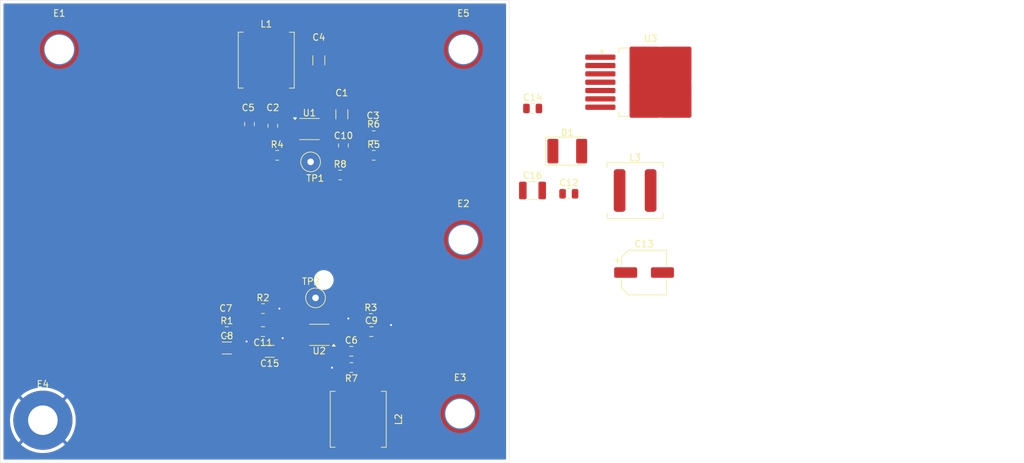
<source format=kicad_pcb>
(kicad_pcb (version 20240108) (generator "pcbnew") (generator_version "8.0")
  (layers (0 "F.Cu" signal) (31 "B.Cu" signal) (34 "B.Paste" user) (35 "F.Paste" user) (36 "B.SilkS" user "B.Silkscreen") (37 "F.SilkS" user "F.Silkscreen") (38 "B.Mask" user) (39 "F.Mask" user) (44 "Edge.Cuts" user))
  (net 0 "")
  (net 1 "Net-(U1-EN{slash}UV)")
  (net 2 "0")
  (net 3 "Net-(U1-BST)")
  (net 4 "Net-(U1-SW)")
  (net 5 "Net-(C3-Pad1)")
  (net 6 "Net-(U1-FB)")
  (net 7 "Net-(U1-INTV)")
  (net 8 "Net-(U2-SW)")
  (net 9 "Net-(U2-BST)")
  (net 10 "Net-(C7-Pad1)")
  (net 11 "Net-(U2-INTV)")
  (net 12 "Net-(U1-TR{slash}SS)")
  (net 13 "Net-(U2-TR{slash}SS)")
  (net 14 "Net-(U3-SW)")
  (net 15 "Net-(D1-K)")
  (net 16 "Net-(U3-FB)")
  (net 17 "Net-(U2-FB)")
  (net 18 "Net-(U2-RT)")
  (net 19 "Net-(U1-RT)")
  (net 20 "Net-(U2-PG)")
  (net 21 "Net-(U1-PG)")
  (footprint "Capacitor_SMD:C_1206_3216Metric" (layer "F.Cu") (at 135 103.5)
    (property "Reference" "C8" (at 0 -1.85 0) (layer "F.SilkS"))
    (property "Value" "22uF")
    (fp_line (start -0.711252 -0.91) (end 0.711252 -0.91) (stroke (width 0.12)) (layer "F.SilkS"))
    (fp_line (start -0.711252 0.91) (end 0.711252 0.91) (stroke (width 0.12)) (layer "F.SilkS"))
    (pad "1" smd roundrect (at -1.475 0) (size 1.15 1.8) (layers "F.Cu" "F.Paste" "F.Mask") (roundrect_rratio 0.217391) (net 10 "Net-(C7-Pad1)"))
    (pad "2" smd roundrect (at 1.475 0) (size 1.15 1.8) (layers "F.Cu" "F.Paste" "F.Mask") (roundrect_rratio 0.217391) (net 2 "0"))
  )
  (footprint "Capacitor_SMD:CP_Elec_6.3x9.9" (layer "F.Cu") (at 198.5 92)
    (property "Reference" "C13" (at 0 -4.35 0) (layer "F.SilkS"))
    (property "Value" "270uF")
    (fp_line (start -4.4375 -1.8475) (end -3.65 -1.8475) (stroke (width 0.12)) (layer "F.SilkS"))
    (fp_line (start -4.04375 -2.24125) (end -4.04375 -1.45375) (stroke (width 0.12)) (layer "F.SilkS"))
    (fp_line (start -3.41 -2.345563) (end -3.41 -1.06) (stroke (width 0.12)) (layer "F.SilkS"))
    (fp_line (start -3.41 -2.345563) (end -2.345563 -3.41) (stroke (width 0.12)) (layer "F.SilkS"))
    (fp_line (start -3.41 2.345563) (end -3.41 1.06) (stroke (width 0.12)) (layer "F.SilkS"))
    (fp_line (start -3.41 2.345563) (end -2.345563 3.41) (stroke (width 0.12)) (layer "F.SilkS"))
    (fp_line (start -2.345563 -3.41) (end 3.41 -3.41) (stroke (width 0.12)) (layer "F.SilkS"))
    (fp_line (start -2.345563 3.41) (end 3.41 3.41) (stroke (width 0.12)) (layer "F.SilkS"))
    (fp_line (start 3.41 -3.41) (end 3.41 -1.06) (stroke (width 0.12)) (layer "F.SilkS"))
    (fp_line (start 3.41 3.41) (end 3.41 1.06) (stroke (width 0.12)) (layer "F.SilkS"))
    (pad "1" smd roundrect (at -2.8 0) (size 3.5 1.6) (layers "F.Cu" "F.Paste" "F.Mask") (roundrect_rratio 0.15625) (net 16 "Net-(U3-FB)"))
    (pad "2" smd roundrect (at 2.8 0) (size 3.5 1.6) (layers "F.Cu" "F.Paste" "F.Mask") (roundrect_rratio 0.15625) (net 2 "0"))
  )
  (footprint "Resistor_SMD:R_0805_2012Metric" (layer "F.Cu") (at 153.96 106.48 180)
    (property "Reference" "R7" (at 0 -1.65 0) (layer "F.SilkS"))
    (property "Value" "100k")
    (fp_line (start -0.227064 0.735) (end 0.227064 0.735) (stroke (width 0.12)) (layer "F.SilkS"))
    (fp_line (start -0.227064 -0.735) (end 0.227064 -0.735) (stroke (width 0.12)) (layer "F.SilkS"))
    (pad "1" smd roundrect (at -0.9125 0 180) (size 1.025 1.4) (layers "F.Cu" "F.Paste" "F.Mask") (roundrect_rratio 0.243902) (net 8 "Net-(U2-SW)"))
    (pad "2" smd roundrect (at 0.9125 0 180) (size 1.025 1.4) (layers "F.Cu" "F.Paste" "F.Mask") (roundrect_rratio 0.243902) (net 20 "Net-(U2-PG)"))
  )
  (footprint "Capacitor_SMD:C_0805_2012Metric" (layer "F.Cu") (at 153.95 104)
    (property "Reference" "C6" (at 0 -1.68 0) (layer "F.SilkS"))
    (property "Value" "0.1uF")
    (fp_line (start -0.261252 -0.735) (end 0.261252 -0.735) (stroke (width 0.12)) (layer "F.SilkS"))
    (fp_line (start -0.261252 0.735) (end 0.261252 0.735) (stroke (width 0.12)) (layer "F.SilkS"))
    (pad "1" smd roundrect (at -0.95 0) (size 1 1.45) (layers "F.Cu" "F.Paste" "F.Mask") (net 9 "Net-(U2-BST)"))
    (pad "2" smd roundrect (at 0.95 0) (size 1 1.45) (layers "F.Cu" "F.Paste" "F.Mask") (net 8 "Net-(U2-SW)"))
  )
  (footprint "Resistor_SMD:R_0805_2012Metric" (layer "F.Cu") (at 142.6625 74.14)
    (property "Reference" "R4" (at 0 -1.65 0) (layer "F.SilkS"))
    (property "Value" "18.2k")
    (fp_line (start -0.227064 -0.735) (end 0.227064 -0.735) (stroke (width 0.12)) (layer "F.SilkS"))
    (fp_line (start -0.227064 0.735) (end 0.227064 0.735) (stroke (width 0.12)) (layer "F.SilkS"))
    (pad "1" smd roundrect (at -0.9125 0) (size 1.025 1.4) (layers "F.Cu" "F.Paste" "F.Mask") (roundrect_rratio 0.243902) (net 19 "Net-(U1-RT)"))
    (pad "2" smd roundrect (at 0.9125 0) (size 1.025 1.4) (layers "F.Cu" "F.Paste" "F.Mask") (roundrect_rratio 0.243902) (net 2 "0"))
  )
  (footprint "Resistor_SMD:R_0805_2012Metric" (layer "F.Cu") (at 157.3375 71.14)
    (property "Reference" "R6" (at 0 -1.75 0) (layer "F.SilkS"))
    (property "Value" "1M")
    (fp_line (start -0.227064 -0.735) (end 0.227064 -0.735) (stroke (width 0.12)) (layer "F.SilkS"))
    (fp_line (start -0.227064 0.735) (end 0.227064 0.735) (stroke (width 0.12)) (layer "F.SilkS"))
    (pad "1" smd roundrect (at -0.9125 0) (size 1.025 1.4) (layers "F.Cu" "F.Paste" "F.Mask") (roundrect_rratio 0.243902) (net 5 "Net-(C3-Pad1)"))
    (pad "2" smd roundrect (at 0.9125 0) (size 1.025 1.4) (layers "F.Cu" "F.Paste" "F.Mask") (roundrect_rratio 0.243902) (net 6 "Net-(U1-FB)"))
  )
  (footprint "Capacitor_SMD:C_1206_3216Metric" (layer "F.Cu") (at 149 59.665 -90)
    (property "Reference" "C4" (at -3.5 0 0) (layer "F.SilkS"))
    (property "Value" "22uF")
    (fp_line (start -0.711252 0.91) (end 0.711252 0.91) (stroke (width 0.12)) (layer "F.SilkS"))
    (fp_line (start -0.711252 -0.91) (end 0.711252 -0.91) (stroke (width 0.12)) (layer "F.SilkS"))
    (pad "1" smd roundrect (at -1.475 0 270) (size 1.15 1.8) (layers "F.Cu" "F.Paste" "F.Mask") (roundrect_rratio 0.217391) (net 5 "Net-(C3-Pad1)"))
    (pad "2" smd roundrect (at 1.475 0 270) (size 1.15 1.8) (layers "F.Cu" "F.Paste" "F.Mask") (roundrect_rratio 0.217391) (net 2 "0"))
  )
  (footprint "Package_SO:MSOP-10-1EP_3x3mm_P0.5mm_EP1.73x1.98mm" (layer "F.Cu") (at 147.57 70.135)
    (property "Reference" "U1" (at 0 -2.45 0) (layer "F.SilkS"))
    (property "Value" "~")
    (fp_line (start 0 -1.61) (end -1.5 -1.61) (stroke (width 0.12)) (layer "F.SilkS"))
    (fp_line (start 0 -1.61) (end 1.5 -1.61) (stroke (width 0.12)) (layer "F.SilkS"))
    (fp_line (start 0 1.61) (end -1.5 1.61) (stroke (width 0.12)) (layer "F.SilkS"))
    (fp_line (start 0 1.61) (end 1.5 1.61) (stroke (width 0.12)) (layer "F.SilkS"))
    (fp_poly (pts (xy -2.2 -1.41) (xy -2.44 -1.74) (xy -1.96 -1.74) (xy -2.2 -1.41)) (stroke (width 0.12)) (fill solid) (layer "F.SilkS"))
    (pad "1" smd roundrect (at -2.1625 -1) (size 1.475 0.3) (layers "F.Cu" "F.Paste" "F.Mask") (net 3 "Net-(U1-BST)"))
    (pad "2" smd roundrect (at -2.1625 -0.5) (size 1.475 0.3) (layers "F.Cu" "F.Paste" "F.Mask") (net 4 "Net-(U1-SW)"))
    (pad "3" smd roundrect (at -2.1625 0) (size 1.475 0.3) (layers "F.Cu" "F.Paste" "F.Mask") (net 7 "Net-(U1-INTV)"))
    (pad "4" smd roundrect (at -2.1625 0.5) (size 1.475 0.3) (layers "F.Cu" "F.Paste" "F.Mask") (net 19 "Net-(U1-RT)"))
    (pad "5" smd roundrect (at -2.1625 1) (size 1.475 0.3) (layers "F.Cu" "F.Paste" "F.Mask") (net 2 "0"))
    (pad "6" smd roundrect (at 2.1625 1) (size 1.475 0.3) (layers "F.Cu" "F.Paste" "F.Mask") (net 6 "Net-(U1-FB)"))
    (pad "7" smd roundrect (at 2.1625 0.5) (size 1.475 0.3) (layers "F.Cu" "F.Paste" "F.Mask") (net 12 "Net-(U1-TR{slash}SS)"))
    (pad "8" smd roundrect (at 2.1625 0) (size 1.475 0.3) (layers "F.Cu" "F.Paste" "F.Mask") (net 21 "Net-(U1-PG)"))
    (pad "9" smd roundrect (at 2.1625 -0.5) (size 1.475 0.3) (layers "F.Cu" "F.Paste" "F.Mask") (net 1 "Net-(U1-EN{slash}UV)"))
    (pad "10" smd roundrect (at 2.1625 -1) (size 1.475 0.3) (layers "F.Cu" "F.Paste" "F.Mask") (net 1 "Net-(U1-EN{slash}UV)"))
    (pad "11" smd rect (at 0 0) (size 1.73 1.98) (property pad_prop_heatsink) (layers "F.Cu" "F.Mask") (net 2 "0"))
  )
  (footprint "Resistor_SMD:R_0805_2012Metric" (layer "F.Cu") (at 135 101)
    (property "Reference" "R1" (at 0 -1.65 0) (layer "F.SilkS"))
    (property "Value" "1M")
    (fp_line (start -0.227064 -0.735) (end 0.227064 -0.735) (stroke (width 0.12)) (layer "F.SilkS"))
    (fp_line (start -0.227064 0.735) (end 0.227064 0.735) (stroke (width 0.12)) (layer "F.SilkS"))
    (pad "1" smd roundrect (at -0.9125 0) (size 1.025 1.4) (layers "F.Cu" "F.Paste" "F.Mask") (roundrect_rratio 0.243902) (net 10 "Net-(C7-Pad1)"))
    (pad "2" smd roundrect (at 0.9125 0) (size 1.025 1.4) (layers "F.Cu" "F.Paste" "F.Mask") (roundrect_rratio 0.243902) (net 17 "Net-(U2-FB)"))
  )
  (footprint "Capacitor_SMD:C_0805_2012Metric" (layer "F.Cu") (at 138.45 69.39 -90)
    (property "Reference" "C5" (at -2.5 0.2 0) (layer "F.SilkS"))
    (property "Value" "1uF")
    (fp_line (start -0.261252 0.735) (end 0.261252 0.735) (stroke (width 0.12)) (layer "F.SilkS"))
    (fp_line (start -0.261252 -0.735) (end 0.261252 -0.735) (stroke (width 0.12)) (layer "F.SilkS"))
    (pad "1" smd roundrect (at -0.95 0 270) (size 1 1.45) (layers "F.Cu" "F.Paste" "F.Mask") (net 7 "Net-(U1-INTV)"))
    (pad "2" smd roundrect (at 0.95 0 270) (size 1 1.45) (layers "F.Cu" "F.Paste" "F.Mask") (net 2 "0"))
  )
  (footprint "Package_TO_SOT_SMD:TO-263-7_TabPin8" (layer "F.Cu") (at 199.5 63)
    (property "Reference" "U3" (at 0 -6.65 0) (layer "F.SilkS"))
    (property "Value" "LM22678TJ-5")
    (fp_line (start -4.825 -5.2) (end -4.825 -4.51) (stroke (width 0.12)) (layer "F.SilkS"))
    (fp_line (start -4.825 5.2) (end -4.825 4.51) (stroke (width 0.12)) (layer "F.SilkS"))
    (fp_line (start -3.325 -5.2) (end -4.825 -5.2) (stroke (width 0.12)) (layer "F.SilkS"))
    (fp_line (start -3.325 5.2) (end -4.825 5.2) (stroke (width 0.12)) (layer "F.SilkS"))
    (fp_poly (pts (xy -7.3875 -4.51) (xy -7.6275 -4.84) (xy -7.1475 -4.84) (xy -7.3875 -4.51)) (stroke (width 0.12)) (fill solid) (layer "F.SilkS"))
    (pad "1" smd roundrect (at -7.65 -3.81) (size 4.6 0.8) (layers "F.Cu" "F.Paste" "F.Mask") (net 14 "Net-(U3-SW)"))
    (pad "2" smd roundrect (at -7.65 -2.54) (size 4.6 0.8) (layers "F.Cu" "F.Paste" "F.Mask") (net 1 "Net-(U1-EN{slash}UV)"))
    (pad "3" smd roundrect (at -7.65 -1.27) (size 4.6 0.8) (layers "F.Cu" "F.Paste" "F.Mask") (net 15 "Net-(D1-K)"))
    (pad "4" smd roundrect (at -7.65 0) (size 4.6 0.8) (layers "F.Cu" "F.Paste" "F.Mask") (net 2 "0"))
    (pad "5" smd roundrect (at -7.65 1.27) (size 4.6 0.8) (layers "F.Cu" "F.Paste" "F.Mask"))
    (pad "6" smd roundrect (at -7.65 2.54) (size 4.6 0.8) (layers "F.Cu" "F.Paste" "F.Mask") (net 16 "Net-(U3-FB)"))
    (pad "7" smd roundrect (at -7.65 3.81) (size 4.6 0.8) (layers "F.Cu" "F.Paste" "F.Mask"))
    (pad "8" smd roundrect (at -0.925 -2.775) (size 4.55 5.25) (layers "F.Cu" "F.Paste") (roundrect_rratio 0.054945) (net 2 "0"))
    (pad "8" smd roundrect (at -0.925 2.775) (size 4.55 5.25) (layers "F.Cu" "F.Paste") (roundrect_rratio 0.054945) (net 2 "0"))
    (pad "8" smd roundrect (at 1.5 0) (size 9.4 10.8) (layers "F.Cu" "F.Mask") (roundrect_rratio 0.026596) (net 2 "0"))
    (pad "8" smd roundrect (at 3.925 -2.775) (size 4.55 5.25) (layers "F.Cu" "F.Paste") (roundrect_rratio 0.054945) (net 2 "0"))
    (pad "8" smd roundrect (at 3.925 2.775) (size 4.55 5.25) (layers "F.Cu" "F.Paste") (roundrect_rratio 0.054945) (net 2 "0"))
  )
  (footprint "TestPoint:TestPoint_Loop_D2.50mm_Drill1.0mm" (layer "F.Cu") (at 147.75 75.14)
    (property "Reference" "TP1" (at 0.7 2.5 0) (layer "F.SilkS"))
    (property "Value" "TestPoint")
    (fp_circle (center 0 0) (end 1.5 0) (stroke (width 0.12)) (fill none) (layer "F.SilkS"))
    (pad "1" thru_hole circle (at 0 0) (size 2 2) (drill 1) (layers "*.Cu" "*.Mask") (net 21 "Net-(U1-PG)"))
  )
  (footprint "Capacitor_SMD:C_1206_3216Metric" (layer "F.Cu") (at 152.5 67.88 90)
    (property "Reference" "C1" (at 3.25 0 0) (layer "F.SilkS"))
    (property "Value" "10uF")
    (fp_line (start -0.711252 -0.91) (end 0.711252 -0.91) (stroke (width 0.12)) (layer "F.SilkS"))
    (fp_line (start -0.711252 0.91) (end 0.711252 0.91) (stroke (width 0.12)) (layer "F.SilkS"))
    (pad "1" smd roundrect (at -1.475 0 90) (size 1.15 1.8) (layers "F.Cu" "F.Paste" "F.Mask") (roundrect_rratio 0.217391) (net 1 "Net-(U1-EN{slash}UV)"))
    (pad "2" smd roundrect (at 1.475 0 90) (size 1.15 1.8) (layers "F.Cu" "F.Paste" "F.Mask") (roundrect_rratio 0.217391) (net 2 "0"))
  )
  (footprint "Resistor_SMD:R_0805_2012Metric" (layer "F.Cu") (at 156.9125 99)
    (property "Reference" "R3" (at 0 -1.65 360) (layer "F.SilkS"))
    (property "Value" "18.2k")
    (fp_line (start -0.227064 -0.735) (end 0.227064 -0.735) (stroke (width 0.12)) (layer "F.SilkS"))
    (fp_line (start -0.227064 0.735) (end 0.227064 0.735) (stroke (width 0.12)) (layer "F.SilkS"))
    (pad "1" smd roundrect (at -0.9125 0) (size 1.025 1.4) (layers "F.Cu" "F.Paste" "F.Mask") (roundrect_rratio 0.243902) (net 18 "Net-(U2-RT)"))
    (pad "2" smd roundrect (at 0.9125 0) (size 1.025 1.4) (layers "F.Cu" "F.Paste" "F.Mask") (roundrect_rratio 0.243902) (net 2 "0"))
  )
  (footprint "MountingHole:MountingHole_4.5mm_Pad_TopOnly" (layer "F.Cu") (at 171 87)
    (property "Reference" "E2" (at 0 -5.5 0) (layer "F.SilkS"))
    (property "Value" "+5V")
    (pad "1" thru_hole circle (at 0 0) (size 4.9 4.9) (drill 4.5) (layers "*.Cu" "*.Mask") (net 5 "Net-(C3-Pad1)"))
    (pad "1" connect circle (at 0 0) (size 9 9) (layers "F.Cu" "F.Mask") (net 5 "Net-(C3-Pad1)"))
  )
  (footprint "Resistor_SMD:R_0805_2012Metric" (layer "F.Cu") (at 152.25 77.14)
    (property "Reference" "R8" (at 0 -1.65 0) (layer "F.SilkS"))
    (property "Value" "100k")
    (fp_line (start -0.227064 -0.735) (end 0.227064 -0.735) (stroke (width 0.12)) (layer "F.SilkS"))
    (fp_line (start -0.227064 0.735) (end 0.227064 0.735) (stroke (width 0.12)) (layer "F.SilkS"))
    (pad "1" smd roundrect (at -0.9125 0) (size 1.025 1.4) (layers "F.Cu" "F.Paste" "F.Mask") (roundrect_rratio 0.243902) (net 4 "Net-(U1-SW)"))
    (pad "2" smd roundrect (at 0.9125 0) (size 1.025 1.4) (layers "F.Cu" "F.Paste" "F.Mask") (roundrect_rratio 0.243902) (net 21 "Net-(U1-PG)"))
  )
  (footprint "Inductor_SMD:L_Coilcraft_XAL7030-332" (layer "F.Cu") (at 197.14 79.5)
    (property "Reference" "L3" (at 0 -5 0) (layer "F.SilkS"))
    (property "Value" "3.3uH")
    (fp_line (start -4.26 -4.26) (end -4.26 -3.51) (stroke (width 0.12)) (layer "F.SilkS"))
    (fp_line (start -4.26 -4.26) (end 4.26 -4.26) (stroke (width 0.12)) (layer "F.SilkS"))
    (fp_line (start -4.26 4.26) (end -4.26 3.51) (stroke (width 0.12)) (layer "F.SilkS"))
    (fp_line (start -4.26 4.26) (end 4.26 4.26) (stroke (width 0.12)) (layer "F.SilkS"))
    (fp_line (start 4.26 -4.26) (end 4.26 -3.51) (stroke (width 0.12)) (layer "F.SilkS"))
    (fp_line (start 4.26 4.26) (end 4.26 3.51) (stroke (width 0.12)) (layer "F.SilkS"))
    (pad "1" smd roundrect (at -2.36 0) (size 1.78 6.5) (layers "F.Cu" "F.Paste" "F.Mask") (net 15 "Net-(D1-K)"))
    (pad "2" smd roundrect (at 2.36 0) (size 1.78 6.5) (layers "F.Cu" "F.Paste" "F.Mask") (net 16 "Net-(U3-FB)"))
  )
  (footprint "Inductor_SMD:L_Coilcraft_XAL7030-222" (layer "F.Cu") (at 155 114.36 -90)
    (property "Reference" "L2" (at 0 -6.14 90) (layer "F.SilkS"))
    (property "Value" "2.2uH")
    (fp_line (start -4.26 4.26) (end 4.26 4.26) (stroke (width 0.12)) (layer "F.SilkS"))
    (fp_line (start -4.26 4.26) (end -4.26 3.51) (stroke (width 0.12)) (layer "F.SilkS"))
    (fp_line (start 4.26 4.26) (end 4.26 3.51) (stroke (width 0.12)) (layer "F.SilkS"))
    (fp_line (start -4.26 -4.26) (end -4.26 -3.51) (stroke (width 0.12)) (layer "F.SilkS"))
    (fp_line (start -4.26 -4.26) (end 4.26 -4.26) (stroke (width 0.12)) (layer "F.SilkS"))
    (fp_line (start 4.26 -4.26) (end 4.26 -3.51) (stroke (width 0.12)) (layer "F.SilkS"))
    (pad "1" smd roundrect (at -2.36 0 270) (size 1.78 6.5) (layers "F.Cu" "F.Paste" "F.Mask") (net 8 "Net-(U2-SW)"))
    (pad "2" smd roundrect (at 2.36 0 270) (size 1.78 6.5) (layers "F.Cu" "F.Paste" "F.Mask") (net 10 "Net-(C7-Pad1)"))
  )
  (footprint "Inductor_SMD:L_Coilcraft_XAL7030-222" (layer "F.Cu") (at 141 59.64 90)
    (property "Reference" "L1" (at 5.5 0 0) (layer "F.SilkS"))
    (property "Value" "2.2uH")
    (fp_line (start 4.26 -4.26) (end 4.26 -3.51) (stroke (width 0.12)) (layer "F.SilkS"))
    (fp_line (start -4.26 -4.26) (end 4.26 -4.26) (stroke (width 0.12)) (layer "F.SilkS"))
    (fp_line (start -4.26 -4.26) (end -4.26 -3.51) (stroke (width 0.12)) (layer "F.SilkS"))
    (fp_line (start 4.26 4.26) (end 4.26 3.51) (stroke (width 0.12)) (layer "F.SilkS"))
    (fp_line (start -4.26 4.26) (end -4.26 3.51) (stroke (width 0.12)) (layer "F.SilkS"))
    (fp_line (start -4.26 4.26) (end 4.26 4.26) (stroke (width 0.12)) (layer "F.SilkS"))
    (pad "1" smd roundrect (at -2.36 0 90) (size 1.78 6.5) (layers "F.Cu" "F.Paste" "F.Mask") (net 4 "Net-(U1-SW)"))
    (pad "2" smd roundrect (at 2.36 0 90) (size 1.78 6.5) (layers "F.Cu" "F.Paste" "F.Mask") (net 5 "Net-(C3-Pad1)"))
  )
  (footprint "Capacitor_SMD:C_0805_2012Metric" (layer "F.Cu") (at 140.5 101 180)
    (property "Reference" "C11" (at 0 -1.68 0) (layer "F.SilkS"))
    (property "Value" "10nF")
    (fp_line (start -0.261252 0.735) (end 0.261252 0.735) (stroke (width 0.12)) (layer "F.SilkS"))
    (fp_line (start -0.261252 -0.735) (end 0.261252 -0.735) (stroke (width 0.12)) (layer "F.SilkS"))
    (pad "1" smd roundrect (at -0.95 0 180) (size 1 1.45) (layers "F.Cu" "F.Paste" "F.Mask") (net 13 "Net-(U2-TR{slash}SS)"))
    (pad "2" smd roundrect (at 0.95 0 180) (size 1 1.45) (layers "F.Cu" "F.Paste" "F.Mask") (net 2 "0"))
  )
  (footprint "Capacitor_SMD:C_0805_2012Metric" (layer "F.Cu") (at 157 101)
    (property "Reference" "C9" (at 0 -1.68 360) (layer "F.SilkS"))
    (property "Value" "1uF")
    (fp_line (start -0.261252 -0.735) (end 0.261252 -0.735) (stroke (width 0.12)) (layer "F.SilkS"))
    (fp_line (start -0.261252 0.735) (end 0.261252 0.735) (stroke (width 0.12)) (layer "F.SilkS"))
    (pad "1" smd roundrect (at -0.95 0) (size 1 1.45) (layers "F.Cu" "F.Paste" "F.Mask") (net 11 "Net-(U2-INTV)"))
    (pad "2" smd roundrect (at 0.95 0) (size 1 1.45) (layers "F.Cu" "F.Paste" "F.Mask") (net 2 "0"))
  )
  (footprint "Resistor_SMD:R_0805_2012Metric" (layer "F.Cu") (at 140.5 97.5)
    (property "Reference" "R2" (at 0 -1.65 0) (layer "F.SilkS"))
    (property "Value" "309k")
    (fp_line (start -0.227064 -0.735) (end 0.227064 -0.735) (stroke (width 0.12)) (layer "F.SilkS"))
    (fp_line (start -0.227064 0.735) (end 0.227064 0.735) (stroke (width 0.12)) (layer "F.SilkS"))
    (pad "1" smd roundrect (at -0.9125 0) (size 1.025 1.4) (layers "F.Cu" "F.Paste" "F.Mask") (roundrect_rratio 0.243902) (net 17 "Net-(U2-FB)"))
    (pad "2" smd roundrect (at 0.9125 0) (size 1.025 1.4) (layers "F.Cu" "F.Paste" "F.Mask") (roundrect_rratio 0.243902) (net 2 "0"))
  )
  (footprint "Capacitor_SMD:C_0805_2012Metric" (layer "F.Cu") (at 187.05 80)
    (property "Reference" "C12" (at 0 -1.68 0) (layer "F.SilkS"))
    (property "Value" "10nF")
    (fp_line (start -0.261252 -0.735) (end 0.261252 -0.735) (stroke (width 0.12)) (layer "F.SilkS"))
    (fp_line (start -0.261252 0.735) (end 0.261252 0.735) (stroke (width 0.12)) (layer "F.SilkS"))
    (pad "1" smd roundrect (at -0.95 0) (size 1 1.45) (layers "F.Cu" "F.Paste" "F.Mask") (net 15 "Net-(D1-K)"))
    (pad "2" smd roundrect (at 0.95 0) (size 1 1.45) (layers "F.Cu" "F.Paste" "F.Mask") (net 14 "Net-(U3-SW)"))
  )
  (footprint "Capacitor_SMD:C_0805_2012Metric" (layer "F.Cu") (at 142 69.63 -90)
    (property "Reference" "C2" (at -2.75 0 0) (layer "F.SilkS"))
    (property "Value" "0.1uF")
    (fp_line (start -0.261252 0.735) (end 0.261252 0.735) (stroke (width 0.12)) (layer "F.SilkS"))
    (fp_line (start -0.261252 -0.735) (end 0.261252 -0.735) (stroke (width 0.12)) (layer "F.SilkS"))
    (pad "1" smd roundrect (at -0.95 0 270) (size 1 1.45) (layers "F.Cu" "F.Paste" "F.Mask") (net 3 "Net-(U1-BST)"))
    (pad "2" smd roundrect (at 0.95 0 270) (size 1 1.45) (layers "F.Cu" "F.Paste" "F.Mask") (net 4 "Net-(U1-SW)"))
  )
  (footprint "MountingHole:MountingHole_4.5mm_Pad_TopOnly" (layer "F.Cu") (at 170.5 113.5)
    (property "Reference" "E3" (at 0 -5.5 0) (layer "F.SilkS"))
    (property "Value" "+3.3V")
    (pad "1" thru_hole circle (at 0 0) (size 4.9 4.9) (drill 4.5) (layers "*.Cu" "*.Mask") (net 10 "Net-(C7-Pad1)"))
    (pad "1" connect circle (at 0 0) (size 9 9) (layers "F.Cu" "F.Mask") (net 10 "Net-(C7-Pad1)"))
  )
  (footprint "Package_SO:MSOP-10-1EP_3x3mm_P0.5mm_EP1.73x1.98mm" (layer "F.Cu") (at 149.07 101.495 180)
    (property "Reference" "U2" (at 0 -2.45 0) (layer "F.SilkS"))
    (property "Value" "~")
    (fp_line (start 0 1.61) (end 1.5 1.61) (stroke (width 0.12)) (layer "F.SilkS"))
    (fp_line (start 0 1.61) (end -1.5 1.61) (stroke (width 0.12)) (layer "F.SilkS"))
    (fp_line (start 0 -1.61) (end 1.5 -1.61) (stroke (width 0.12)) (layer "F.SilkS"))
    (fp_line (start 0 -1.61) (end -1.5 -1.61) (stroke (width 0.12)) (layer "F.SilkS"))
    (fp_poly (pts (xy -2.2 -1.41) (xy -2.44 -1.74) (xy -1.96 -1.74) (xy -2.2 -1.41)) (stroke (width 0.12)) (fill solid) (layer "F.SilkS"))
    (pad "1" smd roundrect (at -2.1625 -1 180) (size 1.475 0.3) (layers "F.Cu" "F.Paste" "F.Mask") (net 9 "Net-(U2-BST)"))
    (pad "2" smd roundrect (at -2.1625 -0.5 180) (size 1.475 0.3) (layers "F.Cu" "F.Paste" "F.Mask") (net 8 "Net-(U2-SW)"))
    (pad "3" smd roundrect (at -2.1625 0 180) (size 1.475 0.3) (layers "F.Cu" "F.Paste" "F.Mask") (net 11 "Net-(U2-INTV)"))
    (pad "4" smd roundrect (at -2.1625 0.5 180) (size 1.475 0.3) (layers "F.Cu" "F.Paste" "F.Mask") (net 18 "Net-(U2-RT)"))
    (pad "5" smd roundrect (at -2.1625 1 180) (size 1.475 0.3) (layers "F.Cu" "F.Paste" "F.Mask") (net 2 "0"))
    (pad "6" smd roundrect (at 2.1625 1 180) (size 1.475 0.3) (layers "F.Cu" "F.Paste" "F.Mask") (net 17 "Net-(U2-FB)"))
    (pad "7" smd roundrect (at 2.1625 0.5 180) (size 1.475 0.3) (layers "F.Cu" "F.Paste" "F.Mask") (net 13 "Net-(U2-TR{slash}SS)"))
    (pad "8" smd roundrect (at 2.1625 0 180) (size 1.475 0.3) (layers "F.Cu" "F.Paste" "F.Mask") (net 20 "Net-(U2-PG)"))
    (pad "9" smd roundrect (at 2.1625 -0.5 180) (size 1.475 0.3) (layers "F.Cu" "F.Paste" "F.Mask") (net 1 "Net-(U1-EN{slash}UV)"))
    (pad "10" smd roundrect (at 2.1625 -1 180) (size 1.475 0.3) (layers "F.Cu" "F.Paste" "F.Mask") (net 1 "Net-(U1-EN{slash}UV)"))
    (pad "11" smd rect (at 0 0 180) (size 1.73 1.98) (property pad_prop_heatsink) (layers "F.Cu" "F.Mask") (net 2 "0"))
  )
  (footprint "Resistor_SMD:R_0805_2012Metric" (layer "F.Cu") (at 157.35 74.14)
    (property "Reference" "R5" (at 0 -1.65 0) (layer "F.SilkS"))
    (property "Value" "187k")
    (fp_line (start -0.227064 -0.735) (end 0.227064 -0.735) (stroke (width 0.12)) (layer "F.SilkS"))
    (fp_line (start -0.227064 0.735) (end 0.227064 0.735) (stroke (width 0.12)) (layer "F.SilkS"))
    (pad "1" smd roundrect (at -0.9125 0) (size 1.025 1.4) (layers "F.Cu" "F.Paste" "F.Mask") (roundrect_rratio 0.243902) (net 6 "Net-(U1-FB)"))
    (pad "2" smd roundrect (at 0.9125 0) (size 1.025 1.4) (layers "F.Cu" "F.Paste" "F.Mask") (roundrect_rratio 0.243902) (net 2 "0"))
  )
  (footprint "TestPoint:TestPoint_Loop_D2.50mm_Drill1.0mm" (layer "F.Cu") (at 148.5 95.86 180)
    (property "Reference" "TP2" (at 0.7 2.5 0) (layer "F.SilkS"))
    (property "Value" "TestPoint")
    (fp_circle (center 0 0) (end 1.5 0) (stroke (width 0.12)) (fill none) (layer "F.SilkS"))
    (pad "1" thru_hole circle (at 0 0 180) (size 2 2) (drill 1) (layers "*.Cu" "*.Mask") (net 20 "Net-(U2-PG)"))
  )
  (footprint "Capacitor_SMD:C_1206_3216Metric" (layer "F.Cu") (at 141.525 104 180)
    (property "Reference" "C15" (at 0 -1.85 0) (layer "F.SilkS"))
    (property "Value" "10uF")
    (fp_line (start -0.711252 0.91) (end 0.711252 0.91) (stroke (width 0.12)) (layer "F.SilkS"))
    (fp_line (start -0.711252 -0.91) (end 0.711252 -0.91) (stroke (width 0.12)) (layer "F.SilkS"))
    (pad "1" smd roundrect (at -1.475 0 180) (size 1.15 1.8) (layers "F.Cu" "F.Paste" "F.Mask") (roundrect_rratio 0.217391) (net 1 "Net-(U1-EN{slash}UV)"))
    (pad "2" smd roundrect (at 1.475 0 180) (size 1.15 1.8) (layers "F.Cu" "F.Paste" "F.Mask") (roundrect_rratio 0.217391) (net 2 "0"))
  )
  (footprint "MountingHole:MountingHole_4.5mm_Pad_TopBottom" (layer "F.Cu") (at 107 114.5)
    (property "Reference" "E4" (at 0 -5.5 0) (layer "F.SilkS"))
    (property "Value" "+12")
    (pad "1" thru_hole circle (at 0 0) (size 4.9 4.9) (drill 4.5) (layers "*.Cu" "*.Mask") (net 2 "0"))
    (pad "1" connect circle (at 0 0) (size 9 9) (layers "F.Cu" "F.Mask") (net 2 "0"))
    (pad "1" connect circle (at 0 0) (size 9 9) (layers "B.Cu" "B.Mask") (net 2 "0"))
  )
  (footprint "Capacitor_SMD:C_1210_3225Metric" (layer "F.Cu") (at 181.525 79.5)
    (property "Reference" "C16" (at 0 -2.3 0) (layer "F.SilkS"))
    (property "Value" "47uF")
    (fp_line (start -0.711252 -1.36) (end 0.711252 -1.36) (stroke (width 0.12)) (layer "F.SilkS"))
    (fp_line (start -0.711252 1.36) (end 0.711252 1.36) (stroke (width 0.12)) (layer "F.SilkS"))
    (pad "1" smd roundrect (at -1.475 0) (size 1.15 2.7) (layers "F.Cu" "F.Paste" "F.Mask") (roundrect_rratio 0.217391) (net 1 "Net-(U1-EN{slash}UV)"))
    (pad "2" smd roundrect (at 1.475 0) (size 1.15 2.7) (layers "F.Cu" "F.Paste" "F.Mask") (roundrect_rratio 0.217391) (net 2 "0"))
  )
  (footprint "Capacitor_SMD:C_0805_2012Metric" (layer "F.Cu") (at 181.55 67)
    (property "Reference" "C14" (at 0 -1.68 0) (layer "F.SilkS"))
    (property "Value" "1uF")
    (fp_line (start -0.261252 -0.735) (end 0.261252 -0.735) (stroke (width 0.12)) (layer "F.SilkS"))
    (fp_line (start -0.261252 0.735) (end 0.261252 0.735) (stroke (width 0.12)) (layer "F.SilkS"))
    (pad "1" smd roundrect (at -0.95 0) (size 1 1.45) (layers "F.Cu" "F.Paste" "F.Mask") (net 1 "Net-(U1-EN{slash}UV)"))
    (pad "2" smd roundrect (at 0.95 0) (size 1 1.45) (layers "F.Cu" "F.Paste" "F.Mask") (net 2 "0"))
  )
  (footprint "MountingHole:MountingHole_4.5mm_Pad_TopOnly" (layer "F.Cu") (at 171 58)
    (property "Reference" "E5" (at 0 -5.5 0) (layer "F.SilkS"))
    (property "Value" "+5V (Pi Power)")
    (pad "1" thru_hole circle (at 0 0) (size 4.9 4.9) (drill 4.5) (layers "*.Cu" "*.Mask") (net 16 "Net-(U3-FB)"))
    (pad "1" connect circle (at 0 0) (size 9 9) (layers "F.Cu" "F.Mask") (net 16 "Net-(U3-FB)"))
  )
  (footprint "Capacitor_SMD:C_0201_0603Metric" (layer "F.Cu") (at 157.25 69.14)
    (property "Reference" "C3" (at 0 -1.05 0) (layer "F.SilkS"))
    (property "Value" "10pF")
    (pad "1" smd roundrect (at -0.32 0) (size 0.46 0.4) (layers "F.Cu" "F.Mask") (net 5 "Net-(C3-Pad1)"))
    (pad "2" smd roundrect (at 0.32 0) (size 0.46 0.4) (layers "F.Cu" "F.Mask") (net 6 "Net-(U1-FB)"))
  )
  (footprint "Diode_SMD:D_2114_3652Metric" (layer "F.Cu") (at 186.8125 73.5)
    (property "Reference" "D1" (at 0 -2.82 0) (layer "F.SilkS"))
    (property "Value" "D")
    (fp_line (start -3.285 -2.135) (end -3.285 2.135) (stroke (width 0.12)) (layer "F.SilkS"))
    (fp_line (start -3.285 2.135) (end 2.6 2.135) (stroke (width 0.12)) (layer "F.SilkS"))
    (fp_line (start 2.6 -2.135) (end -3.285 -2.135) (stroke (width 0.12)) (layer "F.SilkS"))
    (pad "1" smd roundrect (at -2.1875 0) (size 1.675 3.75) (layers "F.Cu" "F.Paste" "F.Mask") (roundrect_rratio 0.149254) (net 15 "Net-(D1-K)"))
    (pad "2" smd roundrect (at 2.1875 0) (size 1.675 3.75) (layers "F.Cu" "F.Paste" "F.Mask") (roundrect_rratio 0.149254) (net 2 "0"))
  )
  (footprint "MountingHole:MountingHole_4.5mm_Pad_TopOnly" (layer "F.Cu") (at 109.5 58)
    (property "Reference" "E1" (at 0 -5.5 0) (layer "F.SilkS"))
    (property "Value" "+12")
    (pad "1" thru_hole circle (at 0 0) (size 4.9 4.9) (drill 4.5) (layers "*.Cu" "*.Mask") (net 1 "Net-(U1-EN{slash}UV)"))
    (pad "1" connect circle (at 0 0) (size 9 9) (layers "F.Cu" "F.Mask") (net 1 "Net-(U1-EN{slash}UV)"))
  )
  (footprint "Capacitor_SMD:C_0805_2012Metric" (layer "F.Cu") (at 152.75 72.64 -90)
    (property "Reference" "C10" (at -1.5 0 0) (layer "F.SilkS"))
    (property "Value" "10nF")
    (fp_line (start -0.261252 0.735) (end 0.261252 0.735) (stroke (width 0.12)) (layer "F.SilkS"))
    (fp_line (start -0.261252 -0.735) (end 0.261252 -0.735) (stroke (width 0.12)) (layer "F.SilkS"))
    (pad "1" smd roundrect (at -0.95 0 270) (size 1 1.45) (layers "F.Cu" "F.Paste" "F.Mask") (net 12 "Net-(U1-TR{slash}SS)"))
    (pad "2" smd roundrect (at 0.95 0 270) (size 1 1.45) (layers "F.Cu" "F.Paste" "F.Mask") (net 2 "0"))
  )
  (footprint "Capacitor_SMD:C_0201_0603Metric" (layer "F.Cu") (at 134.845 98.5)
    (property "Reference" "C7" (at 0 -1.05 0) (layer "F.SilkS"))
    (property "Value" "10pF")
    (pad "1" smd roundrect (at -0.32 0) (size 0.46 0.4) (layers "F.Cu" "F.Mask") (net 10 "Net-(C7-Pad1)"))
    (pad "2" smd roundrect (at 0.32 0) (size 0.46 0.4) (layers "F.Cu" "F.Mask") (net 17 "Net-(U2-FB)"))
  )
  (gr_rect (start 100.5 50.5) (end 178 121) (stroke (width 0.05)) (fill none) (layer "Edge.Cuts"))
  (segment (start 145 102) (end 145 102.5) (width 0.2) (layer "F.Cu") (net 1))
  (segment (start 144.5 104) (end 144.5 103) (width 0.2) (layer "F.Cu") (net 1))
  (segment (start 146.9075 101.995) (end 145.005 101.995) (width 0.2) (layer "F.Cu") (net 1))
  (segment (start 145 102) (end 145.005 101.995) (width 0.2) (layer "F.Cu") (net 1))
  (segment (start 145.005 102.495) (end 145 102.5) (width 0.2) (layer "F.Cu") (net 1))
  (segment (start 143 104) (end 144.5 104) (width 0.2) (layer "F.Cu") (net 1))
  (segment (start 144.5 103) (end 145.005 102.495) (width 0.2) (layer "F.Cu") (net 1))
  (segment (start 146.9075 102.495) (end 145.005 102.495) (width 0.2) (layer "F.Cu") (net 1))
  (segment (start 157.825 99) (end 159 99) (width 0.4) (layer "F.Cu") (net 2))
  (segment (start 138.5 101) (end 138 101.5) (width 0.4) (layer "F.Cu") (net 2))
  (segment (start 139 104) (end 138 103) (width 0.4) (layer "F.Cu") (net 2))
  (segment (start 153.5 100) (end 153.5 99) (width 0.4) (layer "F.Cu") (net 2))
  (segment (start 138 103) (end 138 102.5) (width 0.4) (layer "F.Cu") (net 2))
  (segment (start 138 101.5) (end 138 102.5) (width 0.4) (layer "F.Cu") (net 2))
  (segment (start 141.4125 97.5) (end 143 97.5) (width 0.4) (layer "F.Cu") (net 2))
  (segment (start 159 99) (end 160 100) (width 0.4) (layer "F.Cu") (net 2))
  (segment (start 139.55 101) (end 138.5 101) (width 0.4) (layer "F.Cu") (net 2))
  (segment (start 136.475 103.5) (end 137.5 103.5) (width 0.4) (layer "F.Cu") (net 2))
  (segment (start 157.95 101) (end 159 101) (width 0.4) (layer "F.Cu") (net 2))
  (segment (start 152.995 100.495) (end 153 100.5) (width 0.2) (layer "F.Cu") (net 2))
  (segment (start 159 101) (end 160 100) (width 0.4) (layer "F.Cu") (net 2))
  (segment (start 140.05 104) (end 139 104) (width 0.4) (layer "F.Cu") (net 2))
  (segment (start 153 100.5) (end 153.5 100) (width 0.4) (layer "F.Cu") (net 2))
  (segment (start 151.2325 100.495) (end 152.995 100.495) (width 0.4) (layer "F.Cu") (net 2))
  (segment (start 138 103) (end 137.5 103.5) (width 0.4) (layer "F.Cu") (net 2))
  (via (at 138 102.5) (size 0.6) (drill 0.3) (layers "F.Cu" "B.Cu") (net 2))
  (via (at 153.5 99) (size 0.6) (drill 0.3) (layers "F.Cu" "B.Cu") (net 2))
  (via (at 143 97.5) (size 0.6) (drill 0.3) (layers "F.Cu" "B.Cu") (net 2))
  (via (at 160 100) (size 0.6) (drill 0.3) (layers "F.Cu" "B.Cu") (net 2))
  (segment (start 153.995 101.995) (end 152.995 101.995) (width 0.2) (layer "F.Cu") (net 8))
  (segment (start 154 102) (end 153.995 101.995) (width 0.2) (layer "F.Cu") (net 8))
  (segment (start 154.9 104) (end 154.9 104.9) (width 0.2) (layer "F.Cu") (net 8))
  (segment (start 154.9 104) (end 154.9 102.4) (width 0.2) (layer "F.Cu") (net 8))
  (segment (start 154.8725 111.8725) (end 155 112) (width 0.2) (layer "F.Cu") (net 8))
  (segment (start 154.5 102) (end 154 102) (width 0.2) (layer "F.Cu") (net 8))
  (segment (start 154.9 104.9) (end 154.8725 104.9275) (width 0.2) (layer "F.Cu") (net 8))
  (segment (start 153 102) (end 152.995 101.995) (width 0.2) (layer "F.Cu") (net 8))
  (segment (start 154.9 102.4) (end 154.5 102) (width 0.2) (layer "F.Cu") (net 8))
  (segment (start 151.2325 101.995) (end 152.995 101.995) (width 0.2) (layer "F.Cu") (net 8))
  (segment (start 154.8725 104.9275) (end 154.8725 106.48) (width 0.2) (layer "F.Cu") (net 8))
  (segment (start 154.8725 106.48) (end 154.8725 111.8725) (width 0.2) (layer "F.Cu") (net 8))
  (segment (start 151.2325 102.495) (end 152.995 102.495) (width 0.2) (layer "F.Cu") (net 9))
  (segment (start 152.995 102.495) (end 153 102.5) (width 0.2) (layer "F.Cu") (net 9))
  (segment (start 153 102.5) (end 153 104) (width 0.2) (layer "F.Cu") (net 9))
  (segment (start 134.0875 101) (end 133 101) (width 0.2) (layer "F.Cu") (net 10))
  (segment (start 132 100) (end 133.5 98.5) (width 0.2) (layer "F.Cu") (net 10))
  (segment (start 133 101) (end 132 100) (width 0.2) (layer "F.Cu") (net 10))
  (segment (start 133.5 98.5) (end 134.525 98.5) (width 0.2) (layer "F.Cu") (net 10))
  (segment (start 132 103.5) (end 132 100) (width 0.2) (layer "F.Cu") (net 10))
  (segment (start 133.525 103.5) (end 132 103.5) (width 0.2) (layer "F.Cu") (net 10))
  (segment (start 155 101) (end 154.5 101.5) (width 0.2) (layer "F.Cu") (net 11))
  (segment (start 151.2325 101.495) (end 152.995 101.495) (width 0.2) (layer "F.Cu") (net 11))
  (segment (start 153 101.5) (end 152.995 101.495) (width 0.2) (layer "F.Cu") (net 11))
  (segment (start 156.05 101) (end 155 101) (width 0.2) (layer "F.Cu") (net 11))
  (segment (start 154.5 101.5) (end 153 101.5) (width 0.2) (layer "F.Cu") (net 11))
  (segment (start 145.005 100.995) (end 145 101) (width 0.2) (layer "F.Cu") (net 13))
  (segment (start 146.9075 100.995) (end 145.005 100.995) (width 0.2) (layer "F.Cu") (net 13))
  (segment (start 145 101) (end 141.4 101) (width 0.2) (layer "F.Cu") (net 13))
  (segment (start 137.5 99) (end 143 99) (width 0.2) (layer "F.Cu") (net 17))
  (segment (start 136.5 99) (end 137.5 99) (width 0.2) (layer "F.Cu") (net 17))
  (segment (start 137 101) (end 137 99.5) (width 0.2) (layer "F.Cu") (net 17))
  (segment (start 138 97.5) (end 136.5 99) (width 0.2) (layer "F.Cu") (net 17))
  (segment (start 136 98.5) (end 135.165 98.5) (width 0.2) (layer "F.Cu") (net 17))
  (segment (start 139.5875 97.5) (end 138 97.5) (width 0.2) (layer "F.Cu") (net 17))
  (segment (start 137 99.5) (end 137.5 99) (width 0.2) (layer "F.Cu") (net 17))
  (segment (start 135.9125 101) (end 137 101) (width 0.2) (layer "F.Cu") (net 17))
  (segment (start 143 99) (end 144.5 100.5) (width 0.2) (layer "F.Cu") (net 17))
  (segment (start 144.5 100.5) (end 145 100.5) (width 0.2) (layer "F.Cu") (net 17))
  (segment (start 136.5 99) (end 136 98.5) (width 0.2) (layer "F.Cu") (net 17))
  (segment (start 145.005 100.495) (end 146.9075 100.495) (width 0.2) (layer "F.Cu") (net 17))
  (segment (start 145 100.5) (end 145.005 100.495) (width 0.2) (layer "F.Cu") (net 17))
  (segment (start 154.5 100.5) (end 154 101) (width 0.2) (layer "F.Cu") (net 18))
  (segment (start 156 99) (end 155 99) (width 0.2) (layer "F.Cu") (net 18))
  (segment (start 151.2325 100.995) (end 152.995 100.995) (width 0.2) (layer "F.Cu") (net 18))
  (segment (start 152.995 100.995) (end 153 101) (width 0.2) (layer "F.Cu") (net 18))
  (segment (start 155 99) (end 155 99.065686) (width 0.2) (layer "F.Cu") (net 18))
  (segment (start 155 99.065686) (end 154.5 99.565686) (width 0.2) (layer "F.Cu") (net 18))
  (segment (start 154.5 99.565686) (end 154.5 100.5) (width 0.2) (layer "F.Cu") (net 18))
  (segment (start 154 101) (end 153 101) (width 0.2) (layer "F.Cu") (net 18))
  (segment (start 145.005 101.495) (end 145 101.5) (width 0.2) (layer "F.Cu") (net 20))
  (segment (start 144 101.5) (end 143.5 102) (width 0.2) (layer "F.Cu") (net 20))
  (segment (start 146.9075 101.495) (end 145.005 101.495) (width 0.2) (layer "F.Cu") (net 20))
  (segment (start 151 106.5) (end 151.02 106.48) (width 0.2) (layer "F.Cu") (net 20))
  (segment (start 151.02 106.48) (end 153.0475 106.48) (width 0.2) (layer "F.Cu") (net 20))
  (segment (start 145 101.5) (end 144 101.5) (width 0.2) (layer "F.Cu") (net 20))
  (via (at 143.5 102) (size 0.6) (drill 0.3) (layers "F.Cu" "B.Cu") (net 20))
  (via (at 151 106.5) (size 0.6) (drill 0.3) (layers "F.Cu" "B.Cu") (net 20))
  (segment (start 143.5 102) (end 148 106.5) (width 0.2) (layer "B.Cu") (net 20))
  (segment (start 148 106.5) (end 151 106.5) (width 0.2) (layer "B.Cu") (net 20))
  (zone (net 2) (net_name "0") (layer "B.Cu") (connect_pads (clearance 0.5)) (min_thickness 0.25) (fill yes (thermal_gap 40) (thermal_bridge_width 20))
    (polygon (pts (xy 100.5 50.5) (xy 100.5 121) (xy 178 121) (xy 178 50.5)))
  )
)
</source>
